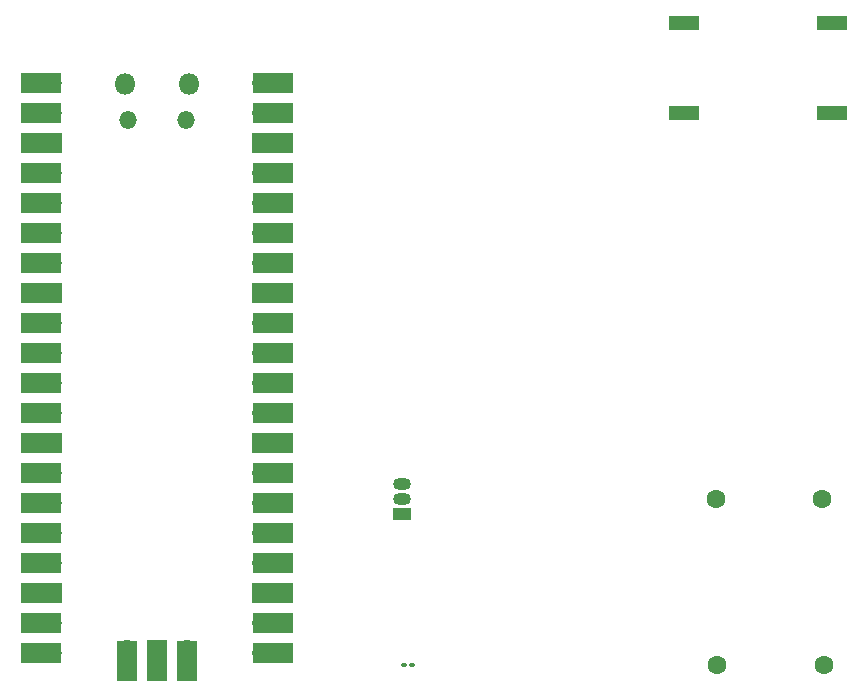
<source format=gbr>
%TF.GenerationSoftware,KiCad,Pcbnew,8.0.0*%
%TF.CreationDate,2024-04-01T11:29:53-03:00*%
%TF.ProjectId,Aula-pcb,41756c61-2d70-4636-922e-6b696361645f,rev?*%
%TF.SameCoordinates,Original*%
%TF.FileFunction,Soldermask,Top*%
%TF.FilePolarity,Negative*%
%FSLAX46Y46*%
G04 Gerber Fmt 4.6, Leading zero omitted, Abs format (unit mm)*
G04 Created by KiCad (PCBNEW 8.0.0) date 2024-04-01 11:29:53*
%MOMM*%
%LPD*%
G01*
G04 APERTURE LIST*
G04 Aperture macros list*
%AMRoundRect*
0 Rectangle with rounded corners*
0 $1 Rounding radius*
0 $2 $3 $4 $5 $6 $7 $8 $9 X,Y pos of 4 corners*
0 Add a 4 corners polygon primitive as box body*
4,1,4,$2,$3,$4,$5,$6,$7,$8,$9,$2,$3,0*
0 Add four circle primitives for the rounded corners*
1,1,$1+$1,$2,$3*
1,1,$1+$1,$4,$5*
1,1,$1+$1,$6,$7*
1,1,$1+$1,$8,$9*
0 Add four rect primitives between the rounded corners*
20,1,$1+$1,$2,$3,$4,$5,0*
20,1,$1+$1,$4,$5,$6,$7,0*
20,1,$1+$1,$6,$7,$8,$9,0*
20,1,$1+$1,$8,$9,$2,$3,0*%
G04 Aperture macros list end*
%ADD10R,2.500000X1.200000*%
%ADD11C,1.600000*%
%ADD12R,1.500000X1.050000*%
%ADD13O,1.500000X1.050000*%
%ADD14RoundRect,0.100000X-0.130000X-0.100000X0.130000X-0.100000X0.130000X0.100000X-0.130000X0.100000X0*%
%ADD15O,1.800000X1.800000*%
%ADD16O,1.500000X1.500000*%
%ADD17O,1.700000X1.700000*%
%ADD18R,3.500000X1.700000*%
%ADD19R,1.700000X1.700000*%
%ADD20R,1.700000X3.500000*%
G04 APERTURE END LIST*
D10*
%TO.C,SW1*%
X219250000Y-76310000D03*
X231750000Y-76310000D03*
X219250000Y-68690000D03*
X231750000Y-68690000D03*
%TD*%
D11*
%TO.C,R2*%
X222045000Y-123000000D03*
X231045000Y-123000000D03*
%TD*%
%TO.C,R1*%
X230955000Y-109000000D03*
X221955000Y-109000000D03*
%TD*%
D12*
%TO.C,Q1*%
X195360000Y-110270000D03*
D13*
X195360000Y-109000000D03*
X195360000Y-107730000D03*
%TD*%
D14*
%TO.C,D1*%
X195525000Y-123000000D03*
X196165000Y-123000000D03*
%TD*%
D15*
%TO.C,U1*%
X171885000Y-73870000D03*
D16*
X172185000Y-76900000D03*
X177035000Y-76900000D03*
D15*
X177335000Y-73870000D03*
D17*
X165720000Y-73740000D03*
D18*
X164820000Y-73740000D03*
D17*
X165720000Y-76280000D03*
D18*
X164820000Y-76280000D03*
D19*
X165720000Y-78820000D03*
D18*
X164820000Y-78820000D03*
D17*
X165720000Y-81360000D03*
D18*
X164820000Y-81360000D03*
D17*
X165720000Y-83900000D03*
D18*
X164820000Y-83900000D03*
D17*
X165720000Y-86440000D03*
D18*
X164820000Y-86440000D03*
D17*
X165720000Y-88980000D03*
D18*
X164820000Y-88980000D03*
D19*
X165720000Y-91520000D03*
D18*
X164820000Y-91520000D03*
D17*
X165720000Y-94060000D03*
D18*
X164820000Y-94060000D03*
D17*
X165720000Y-96600000D03*
D18*
X164820000Y-96600000D03*
D17*
X165720000Y-99140000D03*
D18*
X164820000Y-99140000D03*
D17*
X165720000Y-101680000D03*
D18*
X164820000Y-101680000D03*
D19*
X165720000Y-104220000D03*
D18*
X164820000Y-104220000D03*
D17*
X165720000Y-106760000D03*
D18*
X164820000Y-106760000D03*
D17*
X165720000Y-109300000D03*
D18*
X164820000Y-109300000D03*
D17*
X165720000Y-111840000D03*
D18*
X164820000Y-111840000D03*
D17*
X165720000Y-114380000D03*
D18*
X164820000Y-114380000D03*
D19*
X165720000Y-116920000D03*
D18*
X164820000Y-116920000D03*
D17*
X165720000Y-119460000D03*
D18*
X164820000Y-119460000D03*
D17*
X165720000Y-122000000D03*
D18*
X164820000Y-122000000D03*
D17*
X183500000Y-122000000D03*
D18*
X184400000Y-122000000D03*
D17*
X183500000Y-119460000D03*
D18*
X184400000Y-119460000D03*
D19*
X183500000Y-116920000D03*
D18*
X184400000Y-116920000D03*
D17*
X183500000Y-114380000D03*
D18*
X184400000Y-114380000D03*
D17*
X183500000Y-111840000D03*
D18*
X184400000Y-111840000D03*
D17*
X183500000Y-109300000D03*
D18*
X184400000Y-109300000D03*
D17*
X183500000Y-106760000D03*
D18*
X184400000Y-106760000D03*
D19*
X183500000Y-104220000D03*
D18*
X184400000Y-104220000D03*
D17*
X183500000Y-101680000D03*
D18*
X184400000Y-101680000D03*
D17*
X183500000Y-99140000D03*
D18*
X184400000Y-99140000D03*
D17*
X183500000Y-96600000D03*
D18*
X184400000Y-96600000D03*
D17*
X183500000Y-94060000D03*
D18*
X184400000Y-94060000D03*
D19*
X183500000Y-91520000D03*
D18*
X184400000Y-91520000D03*
D17*
X183500000Y-88980000D03*
D18*
X184400000Y-88980000D03*
D17*
X183500000Y-86440000D03*
D18*
X184400000Y-86440000D03*
D17*
X183500000Y-83900000D03*
D18*
X184400000Y-83900000D03*
D17*
X183500000Y-81360000D03*
D18*
X184400000Y-81360000D03*
D19*
X183500000Y-78820000D03*
D18*
X184400000Y-78820000D03*
D17*
X183500000Y-76280000D03*
D18*
X184400000Y-76280000D03*
D17*
X183500000Y-73740000D03*
D18*
X184400000Y-73740000D03*
D17*
X172070000Y-121770000D03*
D20*
X172070000Y-122670000D03*
D19*
X174610000Y-121770000D03*
D20*
X174610000Y-122670000D03*
D17*
X177150000Y-121770000D03*
D20*
X177150000Y-122670000D03*
%TD*%
M02*

</source>
